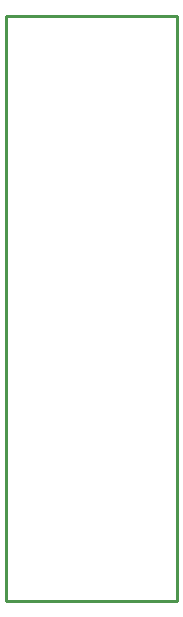
<source format=gko>
G04 EAGLE Gerber RS-274X export*
G75*
%MOMM*%
%FSLAX34Y34*%
%LPD*%
%IN*%
%IPPOS*%
%AMOC8*
5,1,8,0,0,1.08239X$1,22.5*%
G01*
%ADD10C,0.203200*%
%ADD11C,0.254000*%


D10*
X0Y0D02*
X144780Y0D01*
X144780Y495300D01*
X0Y495300D01*
X0Y0D01*
D11*
X0Y0D02*
X144780Y0D01*
X144780Y495300D01*
X0Y495300D01*
X0Y0D01*
M02*

</source>
